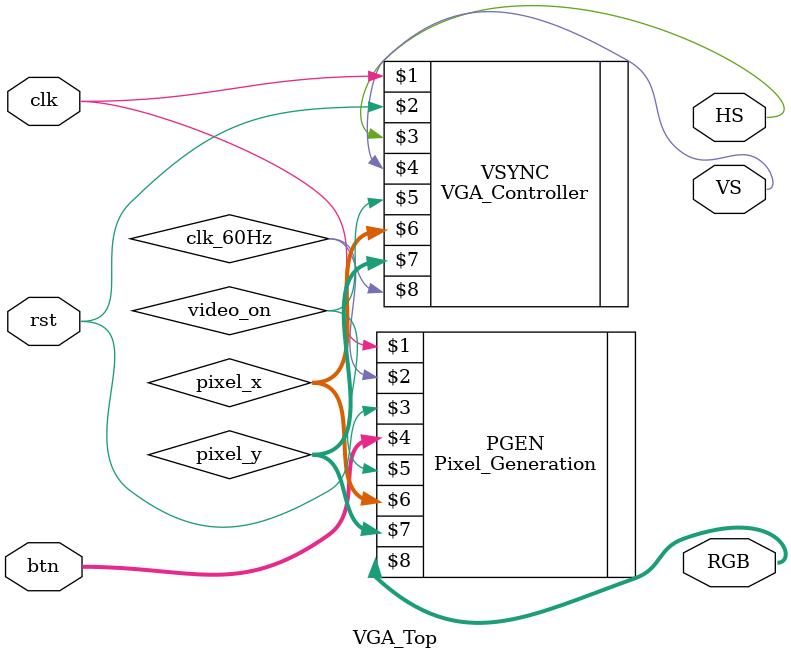
<source format=v>
`timescale 1ns / 1ps


module VGA_Top(input clk, rst, input [1:0] btn, output HS, VS, output [11:0] RGB);
// signal declarations
wire [9:0] pixel_x, pixel_y;
wire video_on;
wire clk_60Hz;

// module vga_sync( input clk, rst, output reg h_sync, v_sync, output video_on, output reg [9:0] pixel_x, pixel_y);
VGA_Controller VSYNC(clk, rst, HS, VS, video_on, pixel_x, pixel_y, clk_60Hz);
// module pixel_generation(input clk, input clk_60Hz, input rst, input [1:0] btn, input video_on, input [9:0] pixel_x, pixel_y, output reg [11:0] RGB);
Pixel_Generation PGEN(clk, clk_60Hz, rst, btn, video_on, pixel_x, pixel_y, RGB);

endmodule

</source>
